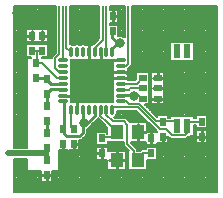
<source format=gtl>
%FSLAX24Y24*%
%MOIN*%
G70*
G01*
G75*
G04 Layer_Physical_Order=1*
G04 Layer_Color=255*
%ADD10C,0.0080*%
%ADD11O,0.0118X0.0335*%
%ADD12R,0.1457X0.1457*%
%ADD13O,0.0335X0.0118*%
%ADD14R,0.0200X0.0250*%
%ADD15R,0.0236X0.0472*%
%ADD16R,0.0250X0.0200*%
%ADD17R,0.0433X0.0472*%
%ADD18C,0.0100*%
%ADD19C,0.0060*%
%ADD20C,0.0200*%
%ADD21C,0.0320*%
%ADD22C,0.0240*%
D10*
X4433Y4313D02*
G03*
X4468Y4398I-85J85D01*
G01*
X4433Y4313D02*
G03*
X4468Y4398I-85J85D01*
G01*
X4324Y4213D02*
G03*
X4355Y4235I-54J107D01*
G01*
X4324Y4213D02*
G03*
X4355Y4235I-54J107D01*
G01*
X4352Y4125D02*
G03*
X4324Y4213I-149J0D01*
G01*
X4315Y4027D02*
G03*
X4352Y4125I-112J98D01*
G01*
Y3928D02*
G03*
X4315Y4027I-149J0D01*
G01*
X4332Y3855D02*
G03*
X4352Y3928I-130J74D01*
G01*
X6230Y1890D02*
G03*
X6315Y1925I0J120D01*
G01*
X6230Y1890D02*
G03*
X6315Y1925I0J120D01*
G01*
X5724Y1924D02*
G03*
X5825Y1890I85J85D01*
G01*
X4295Y2565D02*
G03*
X4210Y2600I-85J-85D01*
G01*
X4295Y2565D02*
G03*
X4210Y2600I-85J-85D01*
G01*
X4650Y1503D02*
G03*
X4615Y1585I-120J-3D01*
G01*
X4650Y1503D02*
G03*
X4615Y1585I-120J-3D01*
G01*
X4820Y1550D02*
G03*
X4735Y1515I0J-120D01*
G01*
X4820Y1550D02*
G03*
X4735Y1515I0J-120D01*
G01*
X4200Y1710D02*
G03*
X4235Y1625I120J0D01*
G01*
X4200Y1710D02*
G03*
X4235Y1625I120J0D01*
G01*
X4228Y5284D02*
G03*
X4020Y5335I-158J-194D01*
G01*
X3130Y5015D02*
G03*
X2933Y5015I-98J-112D01*
G01*
D02*
G03*
X2736Y5015I-98J-112D01*
G01*
X3197Y5048D02*
G03*
X3130Y5015I32J-146D01*
G01*
X2736Y5015D02*
G03*
X2539Y5015I-98J-112D01*
G01*
D02*
G03*
X2398Y5046I-98J-112D01*
G01*
X1833Y4665D02*
G03*
X1798Y4580I85J-85D01*
G01*
X1833Y4665D02*
G03*
X1798Y4580I85J-85D01*
G01*
X3872Y2618D02*
G03*
X3968Y2757I-53J139D01*
G01*
X2970Y2191D02*
G03*
X3107Y2341I-100J229D01*
G01*
X2929Y2001D02*
G03*
X2970Y2100I-99J99D01*
G01*
X2929Y2001D02*
G03*
X2970Y2100I-99J99D01*
G01*
X2720Y1840D02*
G03*
X2809Y1881I-10J140D01*
G01*
X2720Y1840D02*
G03*
X2809Y1881I-10J140D01*
G01*
X6398Y5136D02*
Y6320D01*
X6468Y5136D02*
Y6320D01*
X6171Y5136D02*
X6525D01*
X6328D02*
Y6320D01*
X6525Y5050D02*
X7310D01*
X6525Y4980D02*
X7310D01*
X6525Y5120D02*
X7310D01*
X6188Y5136D02*
Y6320D01*
X6258Y5136D02*
Y6320D01*
X6048Y5136D02*
Y6320D01*
X6109Y5136D02*
X6171D01*
X6118D02*
Y6320D01*
X6109Y5136D02*
X6171D01*
X6525Y4910D02*
X7310D01*
X6958Y2685D02*
Y6320D01*
X6525Y4840D02*
X7310D01*
X6525Y4770D02*
X7310D01*
X6525Y4630D02*
X7310D01*
X6525Y4560D02*
X7310D01*
X6525Y4700D02*
X7310D01*
X6818Y2685D02*
Y6320D01*
X6888Y2685D02*
Y6320D01*
X6748Y2685D02*
Y6320D01*
X6608Y2685D02*
Y6320D01*
X6678Y2685D02*
Y6320D01*
X6525Y4484D02*
Y5136D01*
X4468Y5820D02*
X7310D01*
X4468Y5750D02*
X7310D01*
X4468Y5960D02*
X7310D01*
X4468Y5890D02*
X7310D01*
X4468Y5610D02*
X7310D01*
X4468Y5540D02*
X7310D01*
X4468Y5680D02*
X7310D01*
X4468Y6310D02*
X7310D01*
X4468Y6240D02*
X7310D01*
X4468Y6320D02*
X7310D01*
X4468Y6100D02*
X7310D01*
X4468Y6030D02*
X7310D01*
X4468Y6170D02*
X7310D01*
X4468Y5400D02*
X7310D01*
X4468Y5330D02*
X7310D01*
X4468Y5470D02*
X7310D01*
X4468Y5190D02*
X7310D01*
X5755Y5136D02*
X6109D01*
X4468Y5260D02*
X7310D01*
X5908Y5136D02*
Y6320D01*
X5978Y5136D02*
Y6320D01*
X5838Y5136D02*
Y6320D01*
X5768Y5136D02*
Y6320D01*
X4468Y4700D02*
X5755D01*
X4468Y4630D02*
X5755D01*
X6525Y4490D02*
X7310D01*
X6600Y2685D02*
X6980D01*
X6171Y4484D02*
X6525D01*
X5552Y4000D02*
X7310D01*
X6980Y2670D02*
X7310D01*
X6171Y2656D02*
X6525D01*
X5680Y2670D02*
X6600D01*
X6109Y4484D02*
X6171D01*
X6109D02*
X6171D01*
X5755D02*
X6109D01*
X6398Y2656D02*
Y4484D01*
X6468Y2656D02*
Y4484D01*
X6188Y2656D02*
Y4484D01*
X6258Y2656D02*
Y4484D01*
X6328Y2656D02*
Y4484D01*
X6109Y2656D02*
X6171D01*
X6118D02*
Y4484D01*
X6109Y2656D02*
X6171D01*
X6980Y2600D02*
X7310D01*
X5755Y2656D02*
X6109D01*
X5978D02*
Y4484D01*
X6048Y2656D02*
Y4484D01*
X5908Y2656D02*
Y4484D01*
X5768Y2656D02*
Y4484D01*
X5838Y2656D02*
Y4484D01*
X5680Y2600D02*
X5755D01*
X5552Y3860D02*
X7310D01*
X5552Y3790D02*
X7310D01*
X5552Y4070D02*
X7310D01*
X5552Y3930D02*
X7310D01*
X5552Y3650D02*
X7310D01*
X5552Y3580D02*
X7310D01*
X5552Y3720D02*
X7310D01*
X4468Y4560D02*
X5755D01*
X4468Y4420D02*
X7310D01*
X4458Y4350D02*
X7310D01*
X4400Y4280D02*
X7310D01*
X4351Y4140D02*
X7310D01*
X4325Y4210D02*
X7310D01*
X5545Y3090D02*
X7310D01*
X4988Y2950D02*
X7310D01*
X4918Y3020D02*
X7310D01*
X5128Y2810D02*
X7310D01*
X5198Y2740D02*
X7310D01*
X5058Y2880D02*
X7310D01*
X5552Y3510D02*
X7310D01*
X5552Y3440D02*
X7310D01*
X5545Y3370D02*
X7310D01*
X5545Y3230D02*
X7310D01*
X5545Y3160D02*
X7310D01*
X5545Y3300D02*
X7310D01*
X5418Y4120D02*
Y6320D01*
X5488Y4120D02*
Y6320D01*
X5208Y4120D02*
Y6320D01*
X5348Y4120D02*
Y6320D01*
X5755Y4484D02*
Y5136D01*
X5278Y4120D02*
Y6320D01*
X5122Y4120D02*
X5552D01*
X4788D02*
Y6320D01*
X4858Y4120D02*
Y6320D01*
X4718Y4120D02*
Y6320D01*
X4998Y4120D02*
Y6320D01*
X5138Y4120D02*
Y6320D01*
X4928Y4120D02*
Y6320D01*
X5628Y2685D02*
Y6320D01*
X5698Y2600D02*
Y6320D01*
X5552Y3770D02*
Y4120D01*
X5558Y2685D02*
Y6320D01*
X5122Y3770D02*
Y4120D01*
X5052Y4000D02*
X5122D01*
X4648Y4120D02*
Y6320D01*
X5068Y2870D02*
Y6320D01*
X4622Y4120D02*
X5052D01*
Y4070D02*
X5122D01*
X5052Y3770D02*
Y4120D01*
X4622Y3901D02*
Y4120D01*
X4468Y4980D02*
X5755D01*
X4468Y4910D02*
X5755D01*
X4468Y5120D02*
X5755D01*
X4468Y5050D02*
X5755D01*
X4468Y4770D02*
X5755D01*
X4468Y4490D02*
X5755D01*
X4468Y4840D02*
X5755D01*
X4228Y5284D02*
Y6320D01*
X4468Y4398D02*
Y6320D01*
X4158Y5324D02*
Y6320D01*
X4228Y5284D02*
Y6320D01*
X4140Y5330D02*
X4228D01*
X4578Y3858D02*
Y6320D01*
X4508Y3855D02*
Y6320D01*
X4355Y4235D02*
X4433Y4313D01*
X4438Y3855D02*
Y4319D01*
X4341Y4070D02*
X4622D01*
X4368Y3855D02*
Y4248D01*
X5552Y3390D02*
Y3740D01*
X5545Y3040D02*
Y3390D01*
X5115Y3040D02*
X5545D01*
X5122Y3420D02*
Y3740D01*
X5052Y3580D02*
X5122D01*
X5115Y3040D02*
Y3420D01*
X5418Y2685D02*
Y3040D01*
X5488Y2685D02*
Y3040D01*
X5300Y2685D02*
X5680D01*
Y2600D02*
Y2685D01*
X5755Y2600D02*
Y2656D01*
X5680Y2600D02*
X5755D01*
X5348Y2685D02*
Y3040D01*
X5278Y2660D02*
Y3040D01*
X5138Y2800D02*
Y3040D01*
X5268Y2670D02*
X5300D01*
Y2638D02*
Y2685D01*
X5208Y2730D02*
Y3040D01*
X5052Y3790D02*
X5122D01*
X5052Y3720D02*
X5122D01*
X5052Y3930D02*
X5122D01*
X5052Y3860D02*
X5122D01*
X5052Y3510D02*
X5122D01*
X5052Y3440D02*
X5122D01*
X5052Y3650D02*
X5122D01*
X4334Y4000D02*
X4622D01*
X4352Y3930D02*
X4622D01*
X4335Y3860D02*
X4580D01*
X4575Y3855D02*
X4622Y3901D01*
X4332Y3855D02*
X4575D01*
X5045Y3300D02*
X5115D01*
X5045Y3230D02*
X5115D01*
X5045Y3370D02*
X5115D01*
X5045Y3160D02*
X5115D01*
X5045Y3090D02*
X5115D01*
X4898Y3040D02*
X5300Y2638D01*
X5052Y3390D02*
Y3740D01*
X5045Y3040D02*
Y3390D01*
X4898Y3040D02*
X5045D01*
X4928Y3010D02*
Y3040D01*
X4998Y2940D02*
Y3040D01*
X4088Y2600D02*
Y2820D01*
X6980Y2460D02*
X7310D01*
X6980Y2390D02*
X7310D01*
X6980Y2530D02*
X7310D01*
X6980Y2255D02*
Y2685D01*
Y2180D02*
X7310D01*
X6980Y2110D02*
X7310D01*
X6980Y2320D02*
X7310D01*
X6678Y2185D02*
Y2255D01*
X6748Y2185D02*
Y2255D01*
X6608Y2185D02*
Y2255D01*
X6888Y2185D02*
Y2255D01*
X6958Y2185D02*
Y2255D01*
X6818Y2185D02*
Y2255D01*
X7308Y120D02*
Y6320D01*
X7310Y120D02*
Y6320D01*
X7098Y120D02*
Y6320D01*
X7238Y120D02*
Y6320D01*
X6980Y2040D02*
X7310D01*
X7168Y120D02*
Y6320D01*
X6980Y1970D02*
X7310D01*
X6980Y1755D02*
Y2185D01*
X7028Y120D02*
Y6320D01*
X6525Y2600D02*
X6600D01*
Y2580D02*
Y2685D01*
X6525Y2580D02*
X6600D01*
X6525Y2340D02*
X6600D01*
Y2255D02*
X6980D01*
X6600Y2185D02*
X6980D01*
X6525Y2250D02*
X7310D01*
X6538Y2580D02*
Y6320D01*
X6600Y2255D02*
Y2340D01*
X6525Y2580D02*
Y2656D01*
Y2180D02*
X6600D01*
X6525Y2110D02*
X6600D01*
X6525Y2320D02*
X6600D01*
Y1755D02*
Y2185D01*
X6538Y120D02*
Y2340D01*
X6525Y2004D02*
Y2340D01*
Y2040D02*
X6600D01*
X6393Y2004D02*
X6525D01*
X6360Y1970D02*
X6600D01*
X6398Y120D02*
Y2004D01*
X6468Y120D02*
Y2004D01*
X6315Y1925D02*
X6385Y1995D01*
X5680Y1968D02*
X5724Y1924D01*
X6980Y1900D02*
X7310D01*
X6980Y1830D02*
X7310D01*
X6980Y1760D02*
X7310D01*
X6600Y1755D02*
X6980D01*
X6888Y120D02*
Y1755D01*
X6958Y120D02*
Y1755D01*
X6608Y120D02*
Y1755D01*
X5680D02*
Y1968D01*
X6278Y1900D02*
X6600D01*
X5825Y1890D02*
X6230D01*
X6258Y120D02*
Y1893D01*
X6328Y120D02*
Y1938D01*
X6118Y120D02*
Y1890D01*
X6188Y120D02*
Y1890D01*
X6748Y120D02*
Y1755D01*
X6818Y120D02*
Y1755D01*
X6678Y120D02*
Y1755D01*
X5768Y120D02*
Y1896D01*
X5838Y120D02*
Y1890D01*
X5698Y120D02*
Y1950D01*
X5978Y120D02*
Y1890D01*
X6048Y120D02*
Y1890D01*
X5908Y120D02*
Y1890D01*
X5310Y1550D02*
X7310D01*
X5310Y1480D02*
X7310D01*
X4510Y1690D02*
X7310D01*
X5310Y1620D02*
X7310D01*
X5310Y1340D02*
X7310D01*
X5310Y1270D02*
X7310D01*
X5310Y1410D02*
X7310D01*
X5680Y1830D02*
X6600D01*
X5680Y1760D02*
X6600D01*
X5680Y1900D02*
X5759D01*
X5310Y1755D02*
X5680D01*
X4930Y1695D02*
X5310D01*
X4930Y1625D02*
X5310D01*
Y1200D02*
X7310D01*
X5628Y120D02*
Y1755D01*
X4967Y1130D02*
X7310D01*
X4967Y990D02*
X7310D01*
X4967Y920D02*
X7310D01*
X4967Y1060D02*
X7310D01*
X5488Y120D02*
Y1755D01*
X5558Y120D02*
Y1755D01*
X5418Y120D02*
Y1755D01*
X5310Y1195D02*
Y1625D01*
X5348Y120D02*
Y1755D01*
X4967Y1195D02*
X5310D01*
X5068Y2125D02*
Y2372D01*
X5208Y2125D02*
Y2232D01*
X4967Y2320D02*
X5120D01*
X4967Y2250D02*
X5190D01*
X4967Y2180D02*
X5260D01*
X5278Y2125D02*
Y2162D01*
X4967Y2125D02*
X5300D01*
X4788Y2443D02*
Y2652D01*
X4858Y2443D02*
Y2582D01*
X4718Y2443D02*
Y2722D01*
X4967Y2390D02*
X5050D01*
X4998Y2125D02*
Y2442D01*
X4928Y2443D02*
Y2512D01*
X5138Y2125D02*
Y2302D01*
X4967Y2125D02*
Y2443D01*
X5310Y1695D02*
Y1755D01*
X4930Y1695D02*
Y1791D01*
X4718Y1503D02*
Y1791D01*
X4858Y1550D02*
Y1791D01*
X4928Y1550D02*
Y1791D01*
X4788Y1546D02*
Y1791D01*
X4578Y2443D02*
Y2820D01*
X4648Y2443D02*
Y2792D01*
X4210Y2600D02*
X4840D01*
X4508Y2443D02*
Y2820D01*
X4330Y2530D02*
X4910D01*
X4400Y2460D02*
X4980D01*
X4295Y2565D02*
X4405Y2455D01*
X4298Y2562D02*
Y2820D01*
X4368Y2492D02*
Y2820D01*
X4158Y2600D02*
Y2820D01*
X4228Y2599D02*
Y2820D01*
X4620D02*
X5300Y2140D01*
X4440Y1791D02*
X4930D01*
X4415Y2443D02*
X4967D01*
X4440Y1760D02*
X4930D01*
X4648Y1522D02*
Y1791D01*
X4440Y1760D02*
X4615Y1585D01*
X4508Y1692D02*
Y1791D01*
X4578Y1622D02*
Y1791D01*
X4438Y2443D02*
Y2820D01*
X4440Y1760D02*
Y1791D01*
X4200Y1710D02*
Y1791D01*
X4158Y1503D02*
Y1791D01*
X5208Y1625D02*
Y1695D01*
X5278Y1625D02*
Y1695D01*
X5068Y1625D02*
Y1695D01*
X5138Y1625D02*
Y1695D01*
X4998Y1625D02*
Y1695D01*
X4820Y1550D02*
X4930D01*
X4820D02*
X4930D01*
Y1625D01*
X4639Y1550D02*
X4820D01*
X4998Y120D02*
Y1195D01*
X5068Y120D02*
Y1195D01*
X4967Y850D02*
Y1195D01*
X5208Y120D02*
Y1195D01*
X5278Y120D02*
Y1195D01*
X5138Y120D02*
Y1195D01*
X4858Y120D02*
Y850D01*
X4928Y120D02*
Y850D01*
X4650Y1503D02*
X4723D01*
X4718Y120D02*
Y850D01*
X4788Y120D02*
Y850D01*
X4648Y120D02*
Y850D01*
X4580Y1620D02*
X4930D01*
X4265Y1410D02*
X4353D01*
X4235Y1625D02*
X4357Y1503D01*
X4265Y1480D02*
X4353D01*
X4265Y1060D02*
X4353D01*
X4265Y990D02*
X4353D01*
X4265Y1340D02*
X4353D01*
X4228Y1503D02*
Y1633D01*
X4265Y1200D02*
X4353D01*
X4265Y1130D02*
X4353D01*
X4265Y1270D02*
X4353D01*
X4368Y120D02*
Y850D01*
X4438Y120D02*
Y850D01*
X4265Y920D02*
X4353D01*
X4508Y120D02*
Y850D01*
X4578Y120D02*
Y850D01*
X4353D02*
X4967D01*
X4353D02*
Y1503D01*
X4298Y120D02*
Y1562D01*
X4265Y850D02*
Y1503D01*
X4158Y120D02*
Y850D01*
X4228Y120D02*
Y850D01*
X4088Y120D02*
Y850D01*
X3740Y6240D02*
X4228D01*
X3740Y6195D02*
X4020D01*
X3740Y6320D02*
X4228D01*
X3740Y6310D02*
X4228D01*
X4020Y6100D02*
X4228D01*
X4020Y6030D02*
X4228D01*
X4020Y6170D02*
X4228D01*
X3948Y6195D02*
Y6320D01*
X4018Y6195D02*
Y6320D01*
X3878Y6195D02*
Y6320D01*
X3808Y6195D02*
Y6320D01*
X3740Y6195D02*
Y6320D01*
X4020Y5765D02*
Y6195D01*
X4088Y5339D02*
Y6320D01*
X3388Y5240D02*
Y6320D01*
X4020Y5960D02*
X4228D01*
X4020Y5890D02*
X4228D01*
X3178Y5043D02*
Y6320D01*
X3108Y5031D02*
Y6320D01*
X3038Y5052D02*
Y6320D01*
X3388Y5240D02*
Y6320D01*
X3318Y5170D02*
Y6320D01*
X3248Y5100D02*
Y6320D01*
X2398Y6240D02*
X3388D01*
X2398Y6170D02*
X3388D01*
X2398Y6320D02*
X3388D01*
X2398Y6310D02*
X3388D01*
X2398Y5960D02*
X3388D01*
X2398Y5890D02*
X3388D01*
X2398Y6100D02*
X3388D01*
X529Y6310D02*
X1930D01*
X529Y6100D02*
X1930D01*
X529Y6320D02*
X1930D01*
X529Y6030D02*
X1930D01*
X2398D02*
X3388D01*
X529Y5960D02*
X1930D01*
X2688Y5043D02*
Y6320D01*
X2758Y5031D02*
Y6320D01*
X2618Y5051D02*
Y6320D01*
X2898Y5038D02*
Y6320D01*
X2968Y5038D02*
Y6320D01*
X2828Y5052D02*
Y6320D01*
X2478Y5047D02*
Y6320D01*
X2548Y5022D02*
Y6320D01*
X2408Y5048D02*
Y6320D01*
X2398Y5046D02*
Y6320D01*
X1930Y4762D02*
Y6320D01*
X529Y5890D02*
X1930D01*
X4020Y5820D02*
X4228D01*
X4020Y5680D02*
X4228D01*
X3740Y5765D02*
X4020D01*
X3740Y5750D02*
X4228D01*
X4020Y5540D02*
X4228D01*
X4020Y5470D02*
X4228D01*
X4020Y5610D02*
X4228D01*
X3808Y5695D02*
Y5765D01*
X3878Y5695D02*
Y5765D01*
X3740Y5695D02*
Y5765D01*
X3948Y5695D02*
Y5765D01*
X4018Y5695D02*
Y5765D01*
X3740Y5695D02*
X4020D01*
Y5400D02*
X4228D01*
X4020Y5335D02*
Y5695D01*
X3197Y5048D02*
X3388Y5240D01*
X3055Y5050D02*
X3198D01*
X2858D02*
X3008D01*
X2662D02*
X2811D01*
X2398Y5680D02*
X3388D01*
X2398Y5610D02*
X3388D01*
X2398Y5820D02*
X3388D01*
X2398Y5750D02*
X3388D01*
X2398Y5470D02*
X3388D01*
X2398Y5400D02*
X3388D01*
X2398Y5540D02*
X3388D01*
X529Y5750D02*
X1930D01*
X529Y5680D02*
X1930D01*
X529Y5820D02*
X1930D01*
X1670Y5540D02*
X1930D01*
X1670Y5400D02*
X1930D01*
X529Y5610D02*
X1930D01*
X2398Y5260D02*
X3388D01*
X2398Y5190D02*
X3338D01*
X2398Y5330D02*
X3388D01*
X2465Y5050D02*
X2614D01*
X2398Y5120D02*
X3268D01*
X1670Y5260D02*
X1930D01*
X1670Y5190D02*
X1930D01*
X1670Y5330D02*
X1930D01*
X1833Y4665D02*
X1930Y4762D01*
X1670Y5120D02*
X1930D01*
X1638Y5545D02*
Y6320D01*
X1670Y5115D02*
Y5545D01*
X1320D02*
X1670D01*
X1568D02*
Y6320D01*
X1670Y5470D02*
X1930D01*
X1320Y5115D02*
X1670D01*
X1428Y5545D02*
Y6320D01*
X1498Y5545D02*
Y6320D01*
X1288Y5545D02*
Y6320D01*
X1358Y5545D02*
Y6320D01*
X1918Y4750D02*
Y6320D01*
X1848Y4680D02*
Y6320D01*
X1708Y4580D02*
Y6320D01*
X1778Y4580D02*
Y6320D01*
X1638Y5045D02*
Y5115D01*
X1670Y4615D02*
Y5045D01*
X1320D02*
X1670D01*
X1288D02*
Y5115D01*
X1358Y5045D02*
Y5115D01*
X1218Y5045D02*
Y5115D01*
X1498Y5045D02*
Y5115D01*
X1568Y5045D02*
Y5115D01*
X1428Y5045D02*
Y5115D01*
X1148Y5545D02*
Y6320D01*
X1218Y5545D02*
Y6320D01*
X529Y6240D02*
X1930D01*
X529Y6170D02*
X1930D01*
X940Y5545D02*
X1290D01*
X1008D02*
Y6320D01*
X1078Y5545D02*
Y6320D01*
X529Y5540D02*
X940D01*
X529Y5400D02*
X940D01*
X529Y5330D02*
X940D01*
X529Y5470D02*
X940D01*
X1148Y5045D02*
Y5115D01*
X940D02*
X1290D01*
X940Y5045D02*
X1290D01*
X1078D02*
Y5115D01*
X529Y5050D02*
X1930D01*
X529Y5260D02*
X940D01*
Y5115D02*
Y5545D01*
X529Y5190D02*
X940D01*
X1008Y5045D02*
Y5115D01*
X940Y4615D02*
Y5045D01*
X529Y5120D02*
X940D01*
X1670Y4840D02*
X1930D01*
X1670Y4770D02*
X1930D01*
X1670Y4980D02*
X1930D01*
X1670Y4910D02*
X1930D01*
X1670Y4700D02*
X1868D01*
X1670Y4630D02*
X1809D01*
X1470Y4615D02*
X1670D01*
X529Y4630D02*
X940D01*
X1498Y4580D02*
Y4615D01*
X1568Y4580D02*
Y4615D01*
X940D02*
X1090D01*
X1470Y4580D02*
Y4615D01*
X1638Y4580D02*
Y4615D01*
X1090Y4580D02*
Y4615D01*
X1078Y4580D02*
Y4615D01*
X1470Y4580D02*
X1798D01*
X980D02*
X1090D01*
X1008D02*
Y4615D01*
X529Y3440D02*
X980D01*
X529Y3370D02*
X980D01*
X529Y3230D02*
X980D01*
X529Y2950D02*
X980D01*
X529Y3300D02*
X980D01*
X529Y4350D02*
X980D01*
X529Y4280D02*
X980D01*
X529Y4490D02*
X980D01*
X529Y4420D02*
X980D01*
X529Y4140D02*
X980D01*
X529Y4070D02*
X980D01*
X529Y4210D02*
X980D01*
X529Y4910D02*
X940D01*
X529Y4840D02*
X940D01*
X529Y4980D02*
X940D01*
X529Y4700D02*
X940D01*
X529Y4560D02*
X980D01*
X529Y4770D02*
X940D01*
X529Y3510D02*
X980D01*
X529Y3160D02*
X980D01*
X529Y3580D02*
X980D01*
X529Y3020D02*
X980D01*
X529Y2880D02*
X980D01*
X529Y3090D02*
X980D01*
X529Y3930D02*
X980D01*
X529Y3860D02*
X980D01*
X529Y4000D02*
X980D01*
X529Y3720D02*
X980D01*
X529Y3650D02*
X980D01*
X529Y3790D02*
X980D01*
X3968Y2820D02*
X4620D01*
X4018Y2600D02*
Y2820D01*
X3968Y2810D02*
X4630D01*
X3967Y2740D02*
X4700D01*
X3940Y2670D02*
X4770D01*
X3890Y2600D02*
X4210D01*
X3968Y2757D02*
Y2820D01*
X3948Y2600D02*
Y2682D01*
X3528Y2125D02*
Y2392D01*
X3598Y2125D02*
Y2322D01*
X3653Y2125D02*
Y2267D01*
X3545Y2375D02*
X3653Y2267D01*
X3948Y1503D02*
Y1791D01*
X4018Y1503D02*
Y1791D01*
X3808Y1503D02*
Y1791D01*
X3878Y1503D02*
Y1791D01*
X3660D02*
X4200D01*
X4088Y1503D02*
Y1791D01*
X3660Y1760D02*
X4200D01*
X3660Y1791D02*
Y1830D01*
X3668Y1503D02*
Y1791D01*
X3653Y2070D02*
Y2125D01*
X3660Y1695D02*
Y1791D01*
X3738Y1503D02*
Y1791D01*
X3598Y1625D02*
Y1695D01*
X3226Y2460D02*
X3460D01*
X3342Y2578D02*
X3540Y2380D01*
X3156Y2390D02*
X3530D01*
X3099Y2320D02*
X3600D01*
X3053Y2250D02*
X3653D01*
X3280Y2125D02*
X3653D01*
X2970Y2180D02*
X3653D01*
X3318Y2125D02*
Y2551D01*
X3388Y2125D02*
Y2532D01*
X3107Y2341D02*
X3327Y2561D01*
X3296Y2530D02*
X3390D01*
X3458Y2125D02*
Y2462D01*
X2970Y2110D02*
X3280D01*
X3318Y1625D02*
Y1695D01*
X3388Y1625D02*
Y1695D01*
X2720Y1830D02*
X3280D01*
X3458Y1625D02*
Y1695D01*
X3528Y1625D02*
Y1695D01*
X3280D02*
X3660D01*
X3280D02*
Y2125D01*
X3248Y120D02*
Y2481D01*
X2956Y2040D02*
X3280D01*
X2898Y1970D02*
X3280D01*
X2828Y1900D02*
X3280D01*
X2720Y1760D02*
X3280D01*
X3660Y1503D02*
X4265D01*
X3660Y1620D02*
X4240D01*
X3660Y1550D02*
X4310D01*
X3660Y1503D02*
Y1625D01*
X3280D02*
X3660D01*
X3280Y1195D02*
X3652D01*
X3808Y120D02*
Y850D01*
X3878Y120D02*
Y850D01*
X3668Y120D02*
Y850D01*
X3738Y120D02*
Y850D01*
X3948Y120D02*
Y850D01*
X4018Y120D02*
Y850D01*
X3652D02*
X4265D01*
X3388Y120D02*
Y1195D01*
X3458Y120D02*
Y1195D01*
X3318Y120D02*
Y1195D01*
X3652Y850D02*
Y1195D01*
X3598Y120D02*
Y1195D01*
X3528Y120D02*
Y1195D01*
X2720Y1690D02*
X4202D01*
X2720Y1550D02*
X3280D01*
X2050Y1480D02*
X3280D01*
X2050Y1130D02*
X3652D01*
X2050Y990D02*
X3652D01*
X2050Y920D02*
X3652D01*
X2050Y1060D02*
X3652D01*
X2720Y1620D02*
X3280D01*
Y1195D02*
Y1625D01*
X2050Y1410D02*
X3280D01*
X2050Y1270D02*
X3280D01*
X2050Y1200D02*
X3280D01*
X2050Y1340D02*
X3280D01*
X529Y360D02*
X7310D01*
X529Y290D02*
X7310D01*
X529Y430D02*
X7310D01*
X529Y150D02*
X7310D01*
X529Y120D02*
X7310D01*
X529Y220D02*
X7310D01*
X2050Y850D02*
X7310D01*
X1820Y780D02*
X7310D01*
X1820Y710D02*
X7310D01*
X1820Y570D02*
X7310D01*
X1820Y500D02*
X7310D01*
X1820Y640D02*
X7310D01*
X2970Y2100D02*
Y2191D01*
X2809Y1881D02*
X2929Y2001D01*
X980Y1600D02*
Y4580D01*
X938Y1600D02*
Y6320D01*
X2370Y1515D02*
X2720D01*
X3108Y120D02*
Y2341D01*
X3178Y120D02*
Y2411D01*
X2968Y120D02*
Y2076D01*
X3038Y120D02*
Y2235D01*
X2828Y120D02*
Y1900D01*
X2898Y120D02*
Y1970D01*
X2758Y120D02*
Y1848D01*
X2720Y1515D02*
Y1840D01*
X2688Y120D02*
Y1515D01*
X2618Y120D02*
Y1515D01*
X2058Y120D02*
Y1515D01*
X2268Y120D02*
Y1515D01*
X2050Y830D02*
Y1515D01*
X529Y2250D02*
X980D01*
X529Y2180D02*
X980D01*
X529Y2390D02*
X980D01*
X529Y2320D02*
X980D01*
X529Y2040D02*
X980D01*
X529Y1970D02*
X980D01*
X529Y2110D02*
X980D01*
X529Y2740D02*
X980D01*
X529Y2670D02*
X980D01*
X529Y2810D02*
X980D01*
X529Y2530D02*
X980D01*
X529Y2460D02*
X980D01*
X529Y2600D02*
X980D01*
X529Y1830D02*
X980D01*
X529Y1760D02*
X980D01*
X529Y1900D02*
X980D01*
X529Y1620D02*
X980D01*
X529Y1600D02*
X980D01*
X529Y1690D02*
X980D01*
X588Y1600D02*
Y6320D01*
X658Y1600D02*
Y6320D01*
X529Y1600D02*
Y6320D01*
X798Y1600D02*
Y6320D01*
X868Y1600D02*
Y6320D01*
X728Y1600D02*
Y6320D01*
X2478Y120D02*
Y1515D01*
X2548Y120D02*
Y1515D01*
X2050D02*
X2340D01*
X2198Y120D02*
Y1515D01*
X1918Y120D02*
Y830D01*
X1988Y120D02*
Y830D01*
X1820D02*
X2050D01*
X1820Y465D02*
Y830D01*
X1440Y465D02*
Y830D01*
Y465D02*
X1820D01*
X2338Y120D02*
Y1515D01*
X2408Y120D02*
Y1515D01*
X2128Y120D02*
Y1515D01*
X1778Y120D02*
Y465D01*
X1848Y120D02*
Y830D01*
X1708Y120D02*
Y465D01*
X1358Y120D02*
Y830D01*
X1428Y120D02*
Y830D01*
X1288Y120D02*
Y830D01*
X1568Y120D02*
Y465D01*
X1638Y120D02*
Y465D01*
X1498Y120D02*
Y465D01*
X529Y1130D02*
X980D01*
Y830D02*
X1440D01*
X529Y1060D02*
X980D01*
X529Y780D02*
X1440D01*
X529Y640D02*
X1440D01*
X529Y570D02*
X1440D01*
X529Y710D02*
X1440D01*
X529Y1220D02*
X980D01*
Y830D02*
Y1220D01*
X529Y1200D02*
X980D01*
X529Y920D02*
X980D01*
X529Y850D02*
X980D01*
X529Y990D02*
X980D01*
X1008Y120D02*
Y830D01*
X1078Y120D02*
Y830D01*
X938Y120D02*
Y1220D01*
X1148Y120D02*
Y830D01*
X1218Y120D02*
Y830D01*
X529Y500D02*
X1440D01*
X588Y120D02*
Y1220D01*
X658Y120D02*
Y1220D01*
X529Y120D02*
Y1220D01*
X798Y120D02*
Y1220D01*
X868Y120D02*
Y1220D01*
X728Y120D02*
Y1220D01*
D11*
X3819Y4795D02*
D03*
X3228Y2865D02*
D03*
X3032D02*
D03*
X3819D02*
D03*
X2441Y4795D02*
D03*
X2638D02*
D03*
X2835D02*
D03*
X3032D02*
D03*
X3228D02*
D03*
X3425D02*
D03*
X3622D02*
D03*
X2441Y2865D02*
D03*
X2638D02*
D03*
X2835D02*
D03*
X3425D02*
D03*
X3622D02*
D03*
D12*
X3130Y3830D02*
D03*
D13*
X2165Y4125D02*
D03*
X4095D02*
D03*
X2165Y4322D02*
D03*
Y4519D02*
D03*
X4095Y3141D02*
D03*
Y4322D02*
D03*
Y3928D02*
D03*
Y3338D02*
D03*
Y3535D02*
D03*
Y3732D02*
D03*
Y4519D02*
D03*
X2165Y3928D02*
D03*
Y3732D02*
D03*
Y3535D02*
D03*
Y3338D02*
D03*
Y3141D02*
D03*
D14*
X6790Y2470D02*
D03*
Y1970D02*
D03*
X5490Y2470D02*
D03*
Y1970D02*
D03*
X5120Y1910D02*
D03*
Y1410D02*
D03*
X3470D02*
D03*
Y1910D02*
D03*
X2530Y2230D02*
D03*
Y1730D02*
D03*
X1630Y3880D02*
D03*
Y3380D02*
D03*
X1280Y4430D02*
D03*
Y3930D02*
D03*
X1480Y5330D02*
D03*
Y4830D02*
D03*
X1130Y5330D02*
D03*
Y4830D02*
D03*
X1630Y2980D02*
D03*
Y2480D02*
D03*
Y1580D02*
D03*
Y2080D02*
D03*
Y1180D02*
D03*
Y680D02*
D03*
X3830Y5980D02*
D03*
Y5480D02*
D03*
X2180Y2230D02*
D03*
Y1730D02*
D03*
D15*
X6317Y2330D02*
D03*
X5963D02*
D03*
Y4810D02*
D03*
X6317D02*
D03*
D16*
X5337Y3930D02*
D03*
X4837D02*
D03*
X5337Y3580D02*
D03*
X4837D02*
D03*
X5330Y3230D02*
D03*
X4830D02*
D03*
D17*
X4660Y2117D02*
D03*
X3960D02*
D03*
X4660Y1177D02*
D03*
X3959D02*
D03*
D18*
X5337Y3930D02*
Y4080D01*
Y3930D02*
X5512D01*
X5162D02*
X5337D01*
Y3580D02*
X5512D01*
X5330Y3230D02*
X5505D01*
X5162Y3580D02*
X5337D01*
X5155Y3230D02*
X5330D01*
Y3080D02*
Y3230D01*
X6790Y1970D02*
Y2145D01*
Y1970D02*
X6940D01*
X6790Y1795D02*
Y1970D01*
X6640D02*
X6790D01*
X5490D02*
X5640D01*
X5490Y1795D02*
Y1970D01*
X5120Y1910D02*
Y2085D01*
X4660Y2117D02*
X4927D01*
X5120Y1735D02*
Y1910D01*
X4660Y1831D02*
Y2117D01*
Y2403D01*
X3830Y5980D02*
Y6155D01*
Y5805D02*
Y5980D01*
X3980D01*
X4095Y4125D02*
X4312D01*
X4095Y3928D02*
X4312D01*
X3032Y4795D02*
Y5012D01*
X1480Y5330D02*
X1630D01*
X1480D02*
Y5505D01*
Y5155D02*
Y5330D01*
X980D02*
X1130D01*
Y5505D01*
Y5155D02*
Y5330D01*
X3959Y1177D02*
Y1463D01*
Y1177D02*
X4225D01*
X3959Y890D02*
Y1177D01*
X3692D02*
X3959D01*
X3470Y1410D02*
Y1585D01*
X3320Y1410D02*
X3470D01*
Y1235D02*
Y1410D01*
X2180Y1555D02*
Y1730D01*
X2530D02*
X2680D01*
X2530Y1555D02*
Y1730D01*
X1630Y680D02*
X1780D01*
X1480D02*
X1630D01*
Y505D02*
Y680D01*
X2710Y1980D02*
X2830Y2100D01*
X2290Y1980D02*
X2710D01*
X2210Y2060D02*
X2290Y1980D01*
X3810Y5270D02*
Y5480D01*
Y5270D02*
X3990Y5090D01*
X4145Y3341D02*
X4669D01*
X2860Y2420D02*
X2988D01*
X2830Y2100D02*
Y2910D01*
X2210Y2060D02*
Y2230D01*
X3230Y2865D02*
X3230Y2870D01*
X3228Y2660D02*
X3230Y2865D01*
X2988Y2420D02*
X3228Y2660D01*
X3820Y4810D02*
Y4920D01*
X3990Y5090D01*
X3030Y4290D02*
Y4860D01*
X3660Y3920D02*
X4140D01*
X3620Y4120D02*
X4110D01*
X3430Y4430D02*
Y4880D01*
X1630Y1200D02*
Y1560D01*
X1620Y1190D02*
X1630Y1200D01*
X1280Y1400D02*
X1630D01*
X3740Y4430D02*
X3830Y4520D01*
X4090D01*
X2642Y3338D02*
X2660Y3320D01*
X2165Y3338D02*
X2642D01*
X2640Y2900D02*
Y3260D01*
X1280Y3930D02*
X1630D01*
X1640Y3920D01*
X1630Y2090D02*
Y2500D01*
X1620Y2080D02*
X1630Y2090D01*
X1617Y3380D02*
X1778Y3541D01*
X1620Y2990D02*
X1630Y3000D01*
Y3380D01*
X2200Y2320D02*
Y3106D01*
X1778Y3541D02*
X2158D01*
X1617Y3880D02*
X1759Y3738D01*
X2158D01*
X1600Y1530D02*
X1620Y1550D01*
D19*
X5288Y2480D02*
X5490D01*
X5808Y2010D02*
X6230D01*
X6300Y2080D01*
X5608Y2210D02*
X5809Y2009D01*
X5400Y2210D02*
X5608D01*
X4348Y4398D02*
Y6330D01*
X4270Y4320D02*
X4348Y4398D01*
X3508Y5190D02*
Y6330D01*
X3230Y4800D02*
Y4912D01*
X3508Y5190D01*
X2278Y4932D02*
Y6330D01*
Y4932D02*
X2430Y4780D01*
X1918Y4260D02*
Y4580D01*
X2050Y4712D01*
X3620Y4790D02*
Y6330D01*
X2810Y2480D02*
X2870Y2420D01*
X4670Y2940D02*
X5400Y2210D01*
X4718Y3050D02*
X5288Y2480D01*
X2165Y4519D02*
Y6330D01*
X2050Y4712D02*
Y6330D01*
X2053Y4125D02*
X2165D01*
X1918Y4260D02*
X2053Y4125D01*
X3810Y2900D02*
X3850Y2940D01*
X4670D01*
X4360Y3050D02*
X4718D01*
X4270Y3140D02*
X4360Y3050D01*
X4060Y3140D02*
X4270D01*
X4080Y4320D02*
X4270D01*
X4070Y4330D02*
X4080Y4320D01*
X4530Y1330D02*
Y1500D01*
X1970Y3930D02*
X2170D01*
X1120Y4830D02*
X1460D01*
X1280Y4430D02*
X1470D01*
X1460Y4830D02*
X1470Y4840D01*
X1290Y4440D02*
Y4830D01*
X1470Y4430D02*
X1970Y3930D01*
X3620Y2700D02*
Y2890D01*
X4320Y1710D02*
X4530Y1500D01*
X4320Y1710D02*
Y2370D01*
X4210Y2480D02*
X4320Y2370D01*
X3420Y2670D02*
Y2870D01*
X3630Y2460D02*
X3850Y2240D01*
X2430Y2280D02*
X2540Y2170D01*
X2430Y2280D02*
Y2380D01*
Y2870D01*
X2420Y2880D02*
X2430Y2870D01*
X5960Y2480D02*
X5980Y2460D01*
X5510Y2480D02*
X5960D01*
X6340Y2380D02*
X6420Y2460D01*
X6780D01*
X6300Y2080D02*
Y2160D01*
X3850Y1950D02*
X4010Y2110D01*
X4700Y1310D02*
X4820Y1430D01*
X5140D01*
X3510Y1950D02*
X3850D01*
X4780Y3230D02*
X4837D01*
X2035Y3935D02*
X2158D01*
Y3147D02*
X2200Y3106D01*
X4669Y3341D02*
X4780Y3230D01*
X4825Y3592D02*
X4837Y3580D01*
X4412Y3592D02*
X4825D01*
X4820Y3930D02*
X4837D01*
X4625Y3735D02*
X4820Y3930D01*
X4145Y3735D02*
X4625D01*
X4358Y3538D02*
X4412Y3592D01*
X4145Y3538D02*
X4358D01*
X2790Y2480D02*
X2810D01*
X3420Y2670D02*
X3625Y2465D01*
X3620Y2700D02*
X3840Y2480D01*
X4210D01*
X3460Y1900D02*
X3510Y1950D01*
D20*
X350Y1410D02*
X1540D01*
D21*
X4680Y350D02*
D03*
X7060D02*
D03*
X7050Y3740D02*
D03*
X7020Y6090D02*
D03*
X4660Y6060D02*
D03*
X2860Y6070D02*
D03*
X4100Y5750D02*
D03*
X700Y910D02*
D03*
X720Y4400D02*
D03*
Y3240D02*
D03*
X730Y1980D02*
D03*
X4810Y4350D02*
D03*
X6790Y1590D02*
D03*
X2630Y5240D02*
D03*
X5760Y3400D02*
D03*
X5350Y2860D02*
D03*
X1310Y5680D02*
D03*
X4070Y5090D02*
D03*
X3480Y1040D02*
D03*
X4540Y3320D02*
D03*
X3110Y2060D02*
D03*
X1620Y330D02*
D03*
X650Y6090D02*
D03*
X3130Y5240D02*
D03*
X4670Y4910D02*
D03*
X2550Y1340D02*
D03*
X2200D02*
D03*
X5480Y1590D02*
D03*
X5760Y3760D02*
D03*
X2870Y2420D02*
D03*
X4330Y2690D02*
D03*
X1790Y4930D02*
D03*
D22*
X3602Y4302D02*
D03*
Y3830D02*
D03*
X3130D02*
D03*
Y4302D02*
D03*
X3602Y3358D02*
D03*
X3130D02*
D03*
X2658Y3830D02*
D03*
Y4302D02*
D03*
Y3358D02*
D03*
M02*

</source>
